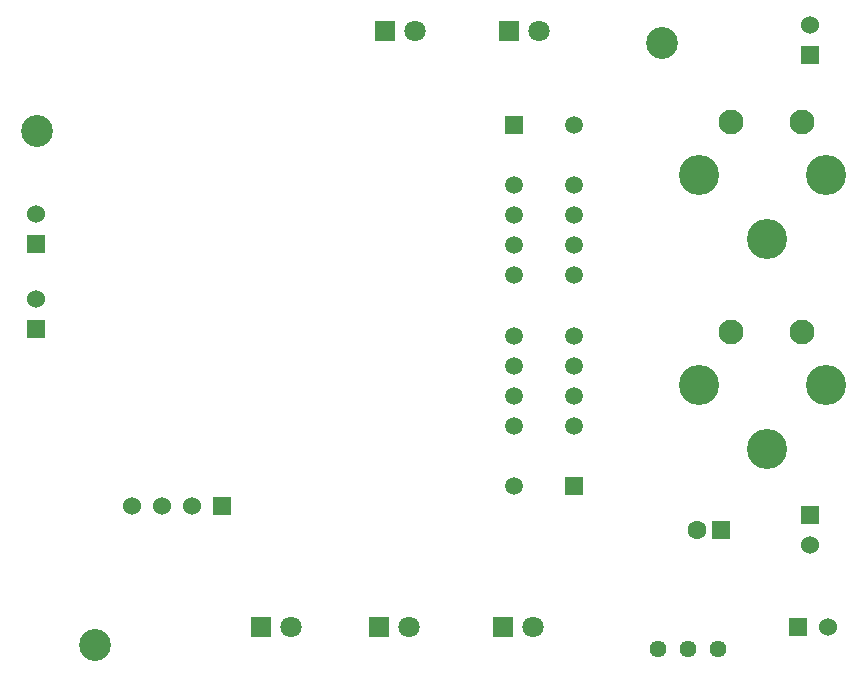
<source format=gbr>
%TF.GenerationSoftware,KiCad,Pcbnew,9.0.2*%
%TF.CreationDate,2025-06-17T10:19:04+02:00*%
%TF.ProjectId,AMS_IMD_Reset_v3,414d535f-494d-4445-9f52-657365745f76,rev?*%
%TF.SameCoordinates,Original*%
%TF.FileFunction,Soldermask,Bot*%
%TF.FilePolarity,Negative*%
%FSLAX46Y46*%
G04 Gerber Fmt 4.6, Leading zero omitted, Abs format (unit mm)*
G04 Created by KiCad (PCBNEW 9.0.2) date 2025-06-17 10:19:04*
%MOMM*%
%LPD*%
G01*
G04 APERTURE LIST*
G04 Aperture macros list*
%AMRoundRect*
0 Rectangle with rounded corners*
0 $1 Rounding radius*
0 $2 $3 $4 $5 $6 $7 $8 $9 X,Y pos of 4 corners*
0 Add a 4 corners polygon primitive as box body*
4,1,4,$2,$3,$4,$5,$6,$7,$8,$9,$2,$3,0*
0 Add four circle primitives for the rounded corners*
1,1,$1+$1,$2,$3*
1,1,$1+$1,$4,$5*
1,1,$1+$1,$6,$7*
1,1,$1+$1,$8,$9*
0 Add four rect primitives between the rounded corners*
20,1,$1+$1,$2,$3,$4,$5,0*
20,1,$1+$1,$4,$5,$6,$7,0*
20,1,$1+$1,$6,$7,$8,$9,0*
20,1,$1+$1,$8,$9,$2,$3,0*%
G04 Aperture macros list end*
%ADD10C,1.440000*%
%ADD11C,2.700000*%
%ADD12RoundRect,0.250000X0.550000X0.550000X-0.550000X0.550000X-0.550000X-0.550000X0.550000X-0.550000X0*%
%ADD13C,1.600000*%
%ADD14R,1.530000X1.530000*%
%ADD15C,1.530000*%
%ADD16R,1.500000X1.500000*%
%ADD17C,1.500000*%
%ADD18R,1.800000X1.800000*%
%ADD19C,1.800000*%
%ADD20C,2.100000*%
%ADD21C,3.400000*%
G04 APERTURE END LIST*
D10*
%TO.C,U1*%
X214146240Y-124865597D03*
X216686240Y-124865597D03*
X219226240Y-124865597D03*
%TD*%
D11*
%TO.C,H3*%
X214500000Y-73500000D03*
%TD*%
D12*
%TO.C,C1*%
X219454436Y-114729052D03*
D13*
X217454436Y-114729052D03*
%TD*%
D14*
%TO.C,J4*%
X161460000Y-97780000D03*
D15*
X161460000Y-95240000D03*
%TD*%
D16*
%TO.C,K2*%
X207000000Y-111080000D03*
D17*
X207000000Y-106000000D03*
X207000000Y-103460000D03*
X207000000Y-100920000D03*
X207000000Y-98380000D03*
X201920000Y-98380000D03*
X201920000Y-100920000D03*
X201920000Y-103460000D03*
X201920000Y-106000000D03*
X201920000Y-111080000D03*
%TD*%
D14*
%TO.C,J3*%
X227000000Y-74540000D03*
D15*
X227000000Y-72000000D03*
%TD*%
D18*
%TO.C,D5*%
X201000000Y-123000000D03*
D19*
X203540000Y-123000000D03*
%TD*%
D18*
%TO.C,D2*%
X191000000Y-72500000D03*
D19*
X193540000Y-72500000D03*
%TD*%
D16*
%TO.C,K4*%
X201920000Y-80480000D03*
D17*
X201920000Y-85560000D03*
X201920000Y-88100000D03*
X201920000Y-90640000D03*
X201920000Y-93180000D03*
X207000000Y-93180000D03*
X207000000Y-90640000D03*
X207000000Y-88100000D03*
X207000000Y-85560000D03*
X207000000Y-80480000D03*
%TD*%
D18*
%TO.C,D1*%
X180500000Y-123000000D03*
D19*
X183040000Y-123000000D03*
%TD*%
D14*
%TO.C,J5*%
X161460000Y-90570000D03*
D15*
X161460000Y-88030000D03*
%TD*%
D18*
%TO.C,D4*%
X190500000Y-123000000D03*
D19*
X193040000Y-123000000D03*
%TD*%
D14*
%TO.C,J1*%
X226000000Y-123000000D03*
D15*
X228540000Y-123000000D03*
%TD*%
D14*
%TO.C,J7*%
X177270000Y-112780000D03*
D15*
X174730000Y-112780000D03*
X172190000Y-112780000D03*
X169650000Y-112780000D03*
%TD*%
D11*
%TO.C,H1*%
X166500000Y-124500000D03*
%TD*%
D20*
%TO.C,K3*%
X220349500Y-80191500D03*
D21*
X217649500Y-84691500D03*
X223349500Y-90091500D03*
X228349500Y-84691500D03*
D20*
X226349500Y-80191500D03*
%TD*%
%TO.C,K1*%
X220349500Y-98008500D03*
D21*
X217649500Y-102508500D03*
X223349500Y-107908500D03*
X228349500Y-102508500D03*
D20*
X226349500Y-98008500D03*
%TD*%
D18*
%TO.C,D3*%
X201500000Y-72500000D03*
D19*
X204040000Y-72500000D03*
%TD*%
D11*
%TO.C,H2*%
X161535000Y-81000000D03*
%TD*%
D14*
%TO.C,J2*%
X227000000Y-113460000D03*
D15*
X227000000Y-116000000D03*
%TD*%
M02*

</source>
